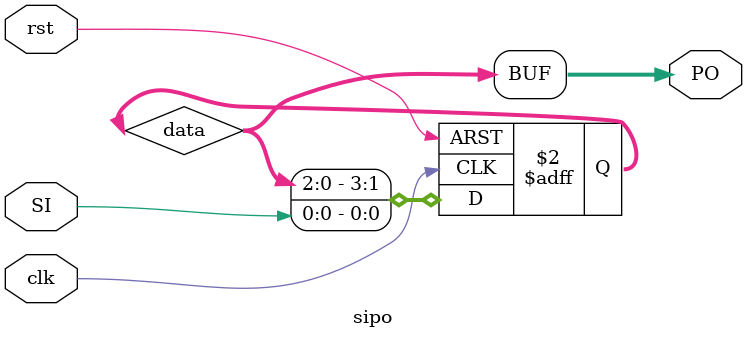
<source format=sv>
module sipo(
input logic clk,rst,
input logic SI,
output logic [3:0] PO	
);
logic [3:0] data;
always_ff @(posedge clk or posedge rst) begin
if(rst)begin
data <=  4'b0000;
end else begin
data<= {data[2:0],SI};

end
end
assign PO = data ;
endmodule
</source>
